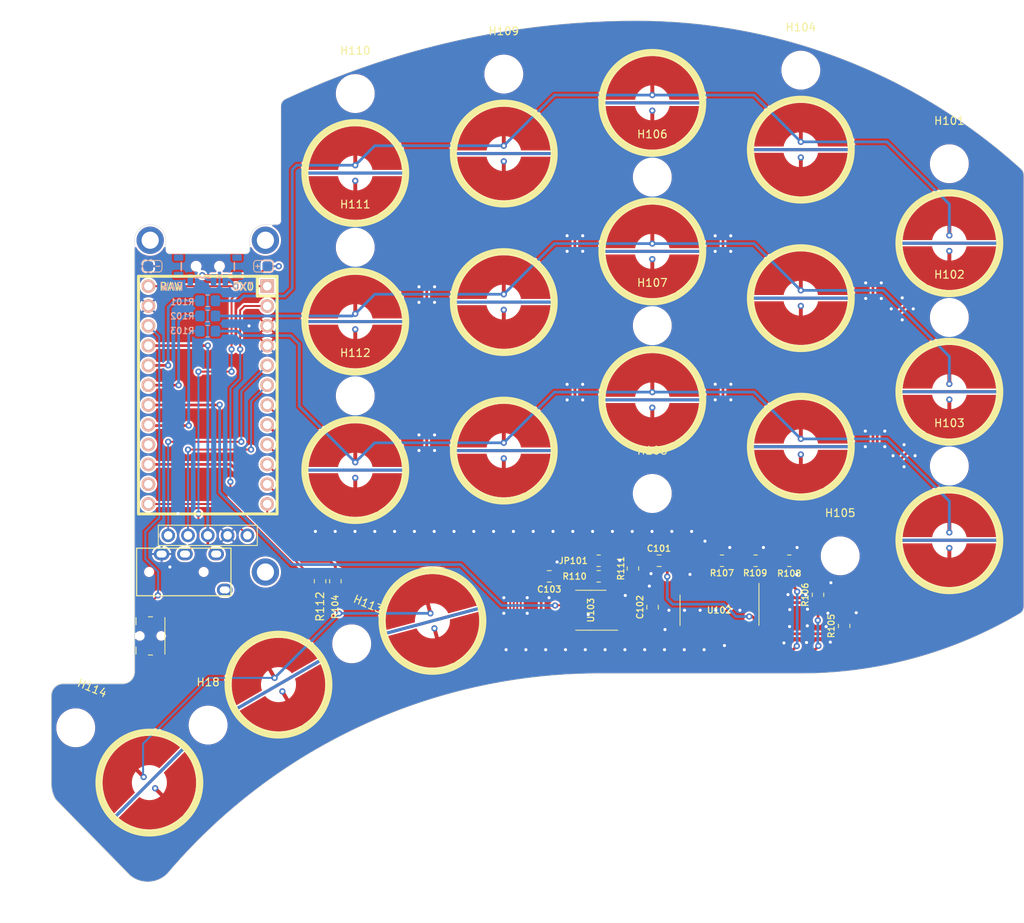
<source format=kicad_pcb>
(kicad_pcb (version 20221018) (generator pcbnew)
  (layers (0 "F.Cu" signal) (31 "B.Cu" signal) (34 "B.Paste" user) (35 "F.Paste" user) (36 "B.SilkS" user "B.Silkscreen") (37 "F.SilkS" user "F.Silkscreen") (38 "B.Mask" user) (39 "F.Mask" user) (44 "Edge.Cuts" user))
  (net 0 "")
  (net 1 "BAT+_R")
  (net 2 "APLEX_OUT_PIN_0_R")
  (net 3 "MOSI_R")
  (net 4 "SCK_R")
  (net 5 "CS_R")
  (net 7 "DATA_R")
  (net 8 "Net-(JP101-A)")
  (net 9 "ADC_R")
  (net 11 "RAW_R")
  (net 12 "Net-(R101-Pad1)")
  (net 13 "ROW0_R")
  (net 14 "ROW1_R")
  (net 15 "Net-(R102-Pad2)")
  (net 16 "ROW2_R")
  (net 17 "Net-(R103-Pad2)")
  (net 18 "ROW3_R")
  (net 19 "Net-(R104-Pad2)")
  (net 20 "COL3_R")
  (net 21 "COL2_R")
  (net 22 "COL4_R")
  (net 23 "COL0_R")
  (net 24 "COL1_R")
  (net 25 "RESET_R")
  (net 26 "APLEX_EN_PIN_0_R")
  (net 27 "AMUX_SEL_2_R")
  (net 28 "AMUX_SEL_1_R")
  (net 29 "AMUX_SEL_0_R")
  (net 30 "GND_R")
  (net 31 "+3.3V_R")
  (net 33 "POWER_R")
  (net 34 "HAND_R")
  (footprint "tako:bat_pin-" (layer "F.Cu") (at 38.15548 57.819423)
    (fp_text reference "BAT_HOLE-101" hide)
    (fp_text value "MountingHole_Pad" hide)
  )
  (footprint "MountingHole:MountingHole_4.5mm" (layer "F.Cu") (at 140.906339 83.435489)
    (fp_text reference "H103")
    (fp_text value "MountingHole")
  )
  (footprint "Resistor_SMD:R_0805_2012Metric_Pad1.20x1.40mm_HandSolder" (layer "F.Cu") (at 95.923373 95.592136 180)
    (fp_text reference "JP101")
    (fp_text value "Ext_Res")
  )
  (footprint "Resistor_SMD:R_0805_2012Metric_Pad1.20x1.40mm_HandSolder" (layer "F.Cu") (at 111.741405 95.592136)
    (fp_text reference "R107")
    (fp_text value "100k")
  )
  (footprint "tako:ecs_pad_1U_no_ring" (layer "F.Cu") (at 140.906339 92.960495 90)
    (fp_text reference "SW111")
    (fp_text value "EC_SW" hide)
  )
  (footprint "tako:ecs_pad_1U_no_ring" (layer "F.Cu") (at 102.806345 36.859995 90)
    (fp_text reference "SW103")
    (fp_text value "EC_SW" hide)
  )
  (footprint "MountingHole:MountingHole_4.5mm" (layer "F.Cu") (at 140.90635 64.38549)
    (fp_text reference "H102")
    (fp_text value "MountingHole")
  )
  (footprint "Package_SO:SOIC-8_3.9x4.9mm_P1.27mm" (layer "F.Cu") (at 94.923371 101.937135 180)
    (fp_text reference "U103")
    (fp_text value "OPA350")
  )
  (footprint "MountingHole:MountingHole_4.5mm" (layer "F.Cu") (at 45.82999 116.671093)
    (fp_text reference "H18")
    (fp_text value "MountingHole")
  )
  (footprint "Resistor_SMD:R_0805_2012Metric_Pad1.20x1.40mm_HandSolder" (layer "F.Cu") (at 116.05734 95.592136)
    (fp_text reference "R109")
    (fp_text value "100k")
  )
  (footprint "tako:ecs_pad_1U_no_ring" (layer "F.Cu") (at 64.706339 45.859993 90)
    (fp_text reference "SW105")
    (fp_text value "EC_SW" hide)
  )
  (footprint "MountingHole:MountingHole_4.5mm" (layer "F.Cu") (at 64.706339 35.666056)
    (fp_text reference "H110")
    (fp_text value "MountingHole")
  )
  (footprint "tako:ecs_pad_1U_no_ring" (layer "F.Cu") (at 83.75634 43.360003 90)
    (fp_text reference "SW104")
    (fp_text value "EC_SW" hide)
  )
  (footprint "tako:M2_hole_3.5mm" (layer "F.Cu") (at 53.181889 54.480531)
    (fp_text reference "H115" hide)
    (fp_text value "MountingHole" hide)
  )
  (footprint "MountingHole:MountingHole_4.5mm" (layer "F.Cu") (at 102.806338 86.959989)
    (fp_text reference "H108")
    (fp_text value "MountingHole")
  )
  (footprint "tako:ecs_pad_1U_no_ring_90deg" (layer "F.Cu") (at 38.296377 124.047384 -135)
    (fp_text reference "SW116")
    (fp_text value "EC_SW" hide)
  )
  (footprint "Resistor_SMD:R_0805_2012Metric_Pad1.20x1.40mm_HandSolder" (layer "F.Cu") (at 127.410896 103.957579 90)
    (fp_text reference "R105")
    (fp_text value "100k")
  )
  (footprint "Resistor_SMD:R_0805_2012Metric_Pad1.20x1.40mm_HandSolder" (layer "F.Cu") (at 95.923372 97.592136 180)
    (fp_text reference "R110")
    (fp_text value "100k")
  )
  (footprint "Capacitor_SMD:C_0805_2012Metric_Pad1.18x1.45mm_HandSolder" (layer "F.Cu") (at 102.839547 101.542134 90)
    (fp_text reference "C102")
    (fp_text value "220p")
  )
  (footprint "MountingHole:MountingHole_4.5mm" (layer "F.Cu") (at 126.906338 94.960499)
    (fp_text reference "H105")
    (fp_text value "MountingHole")
  )
  (footprint "MountingHole:MountingHole_4.5mm" (layer "F.Cu") (at 64.706342 74.434994)
    (fp_text reference "H112")
    (fp_text value "MountingHole")
  )
  (footprint "Resistor_SMD:R_0805_2012Metric_Pad1.20x1.40mm_HandSolder" (layer "F.Cu") (at 120.373278 95.592134)
    (fp_text reference "R108")
    (fp_text value "100k")
  )
  (footprint "MountingHole:MountingHole_4.5mm" (layer "F.Cu") (at 64.24799 106.243093 -22.5)
    (fp_text reference "H113")
    (fp_text value "MountingHole")
  )
  (footprint "tako:M2_hole_3.5mm" (layer "F.Cu") (at 38.400564 54.480077)
    (fp_text reference "H116" hide)
    (fp_text value "MountingHole" hide)
  )
  (footprint "MountingHole:MountingHole_4.5mm" (layer "F.Cu") (at 121.85634 32.666056)
    (fp_text reference "H104")
    (fp_text value "MountingHole")
  )
  (footprint "MountingHole:MountingHole_4.5mm" (layer "F.Cu") (at 102.806347 65.434996)
    (fp_text reference "H107")
    (fp_text value "MountingHole")
  )
  (footprint "MountingHole:MountingHole_4.5mm" (layer "F.Cu") (at 28.851834 117.014598 -22.5)
    (fp_text reference "H114")
    (fp_text value "MountingHole")
  )
  (footprint "tako:M2_hole_3.5mm" (layer "F.Cu") (at 53.181888 97.039423)
    (fp_text reference "H117" hide)
    (fp_text value "MountingHole" hide)
  )
  (footprint "tako:ecs_pad_1U_no_ring" (layer "F.Cu") (at 83.756343 81.459993 90)
    (fp_text reference "SW114")
    (fp_text value "EC_SW" hide)
  )
  (footprint "Resistor_SMD:R_0805_2012Metric_Pad1.20x1.40mm_HandSolder" (layer "F.Cu") (at 100.323371 96.592137 90)
    (fp_text reference "R111")
    (fp_text value "1k")
  )
  (footprint "tako:ecs_pad_1U_no_ring" (layer "F.Cu") (at 121.856339 61.910496 90)
    (fp_text reference "SW107")
    (fp_text value "EC_SW" hide)
  )
  (footprint "tako:ecs_pad_1U_no_ring" (layer "F.Cu") (at 121.856343 42.860499 90)
    (fp_text reference "SW102")
    (fp_text value "EC_SW" hide)
  )
  (footprint "MountingHole:MountingHole_4.5mm" (layer "F.Cu") (at 140.906345 44.666058)
    (fp_text reference "H101")
    (fp_text value "MountingHole")
  )
  (footprint "tako:ecs_pad_1U_no_ring_90deg" (layer "F.Cu") (at 74.603297 103.300695 -165)
    (fp_text reference "SW118")
    (fp_text value "EC_SW" hide)
  )
  (footprint "tako:bat_pin+" (layer "F.Cu") (at 53.428978 57.819423 180)
    (fp_text reference "BAT_HOLE+101" hide)
    (fp_text value "MountingHole_Pad" hide)
  )
  (footprint "tako:ecs_pad_1U_no_ring" (layer "F.Cu") (at 83.756338 62.409992 90)
    (fp_text reference "SW109")
    (fp_text value "EC_SW" hide)
  )
  (footprint "tako:nice_view" (layer "F.Cu") (at 45.791557 75.852635)
    (fp_text reference "DISP101")
    (fp_text value "nice!view" hide)
  )
  (footprint "Capacitor_SMD:C_0805_2012Metric_Pad1.18x1.45mm_HandSolder" (layer "F.Cu") (at 103.68587 95.592135 180)
    (fp_text reference "C101")
    (fp_text value "100n")
  )
  (footprint "tako:ecs_pad_1U_no_ring" (layer "F.Cu") (at 121.856338 80.960495 90)
    (fp_text reference "SW112")
    (fp_text value "EC_SW" hide)
  )
  (footprint "tako:ecs_pad_1U_no_ring_90deg" (layer "F.Cu") (at 54.856377 111.480384 -150)
    (fp_text reference "SW117")
    (fp_text value "EC_SW" hide)
  )
  (footprint "MountingHole:MountingHole_4.5mm" (layer "F.Cu") (at 83.756337 33.166058)
    (fp_text reference "H109")
    (fp_text value "MountingHole")
  )
  (footprint "tako:ecs_pad_1U_no_ring" (layer "F.Cu") (at 102.806341 55.909999 90)
    (fp_text reference "SW108")
    (fp_text value "EC_SW" hide)
  )
  (footprint "tako:ecs_pad_1U_no_ring" (layer "F.Cu") (at 140.906336 73.910494 90)
    (fp_text reference "SW106")
    (fp_text value "EC_SW" hide)
  )
  (footprint "tako:ecs_pad_1U_no_ring" (layer "F.Cu") (at 140.906348 54.860496 90)
    (fp_text reference "SW101")
    (fp_text value "EC_SW" hide)
  )
  (footprint "Capacitor_SMD:C_0805_2012Metric_Pad1.18x1.45mm_HandSolder" (layer "F.Cu") (at 89.589547 97.592135)
    (fp_text reference "C103")
    (fp_text value "100n")
  )
  (footprint "tako:TRRS-PJ-320A" (layer "F.Cu") (at 36.662468 97.030596 90)
    (fp_text reference "J101")
    (fp_text value "MJ-4PP-9")
  )
  (footprint "Button_Switch_SMD:Panasonic_EVQPUL_EVQPUC" (layer "F.Cu") (at 38.437468 105.230596 90)
    (fp_text reference "RSW101" hide)
    (fp_text value "Reset")
  )
  (footprint "MountingHole:MountingHole_4.5mm" (layer "F.Cu") (at 64.706336 55.384996)
    (fp_text reference "H111")
    (fp_text value "MountingHole")
  )
  (footprint "Package_SO:SOIC-16_3.9x9.9mm_P1.27mm" (layer "F.Cu") (at 111.423373 101.937136 -90)
    (fp_text reference "U102")
    (fp_text value "74HC4051")
  )
  (footprint "Resistor_SMD:R_0805_2012Metric_Pad1.20x1.40mm_HandSolder" (layer "F.Cu") (at 124.060895 99.95758 90)
    (fp_text reference "R106")
    (fp_text value "100k")
  )
  (footprint "Resistor_SMD:R_0805_2012Metric_Pad1.20x1.40mm_HandSolder" (layer "F.Cu") (at 62.158122 98.216057 -90)
    (fp_text reference "R104")
    (fp_text value "100")
  )
  (footprint "Resistor_SMD:R_0805_2012Metric_Pad1.20x1.40mm_HandSolder" (layer "F.Cu") (at 60.189965 98.216057 -90)
    (fp_text reference "R112")
    (fp_text value "5.1k")
  )
  (footprint "tako:ecs_pad_1U_no_ring" (layer "F.Cu") (at 64.706339 83.959995 90)
    (fp_text reference "SW115")
    (fp_text value "EC_SW" hide)
  )
  (footprint "MountingHole:MountingHole_4.5mm" (layer "F.Cu") (at 102.806346 46.384994)
    (fp_text reference "H106")
    (fp_text value "MountingHole")
  )
  (footprint "tako:ecs_pad_1U_no_ring" (layer "F.Cu") (at 102.80634 74.959989 90)
    (fp_text reference "SW113")
    (fp_text value "EC_SW" hide)
  )
  (footprint "tako:ecs_pad_1U_no_ring" (layer "F.Cu") (at 64.70634 64.909997 90)
    (fp_text reference "SW110")
    (fp_text value "EC_SW" hide)
  )
  (footprint "Resistor_SMD:R_0805_2012Metric_Pad1.20x1.40mm_HandSolder" (layer "B.Cu") (at 45.773372 62.242136 180)
    (fp_text reference "R101")
    (fp_text value "100")
  )
  (footprint "tako:SW_SPDT_SMD_PCM12" (layer "B.Cu") (at 45.791307 58.142135)
    (fp_text reference "PSW101" hide)
    (fp_text value "SW_SPDT")
  )
  (footprint "Resistor_SMD:R_0805_2012Metric_Pad1.20x1.40mm_HandSolder" (layer "B.Cu") (at 45.773374 64.192135)
    (fp_text reference "R102")
    (fp_text value "100")
  )
  (footprint "tako:ArduinoProMicro" (layer "B.Cu") (at 45.791311 74.343658 -90)
    (fp_text reference "U101" hide)
    (fp_text value "STeMCell" hide)
  )
  (footprint "Resistor_SMD:R_0805_2012Metric_Pad1.20x1.40mm_HandSolder" (layer "B.Cu") (at 45.773372 66.142134)
    (fp_text reference "R103")
    (fp_text value "100")
  )
  (gr_arc (start 36.401834 109.839598) (mid 35.96412 110.908913) (end 34.902247 111.364386) (stroke (width 0.1)) (layer "Edge.Cuts"))
  (gr_line (start 150.43094 81.166057) (end 150.430939 86.246058) (stroke (width 0.05)) (layer "Edge.Cuts"))
  (gr_line (start 36.400943 94.264806) (end 36.400629 54.48004) (stroke (width 0.05)) (layer "Edge.Cuts"))
  (gr_line (start 36.401834 109.839598) (end 36.400943 94.264806) (stroke (width 0.1)) (layer "Edge.Cuts"))
  (gr_arc (start 150.107141 45.349091) (mid 150.346476 45.68338) (end 150.430939 46.085746) (stroke (width 0.05)) (layer "Edge.Cuts"))
  (gr_line (start 35.746711 135.879352) (end 26.297571 126.235009) (stroke (width 0.1)) (layer "Edge.Cuts"))
  (gr_arc (start 40.579026 135.740784) (mid 38.189867 136.751583) (end 35.746711 135.879352) (stroke (width 0.05)) (layer "Edge.Cuts"))
  (gr_arc (start 51.181954 54.480492) (mid 51.767668 53.066165) (end 53.181941 52.480355) (stroke (width 0.05)) (layer "Edge.Cuts"))
  (gr_arc (start 55.181884 51.980529) (mid 55.035393 52.334016) (end 54.681882 52.480529) (stroke (width 0.05)) (layer "Edge.Cuts"))
  (gr_line (start 25.726834 124.214598) (end 25.726834 112.889598) (stroke (width 0.1)) (layer "Edge.Cuts"))
  (gr_arc (start 40.900935 56.229815) (mid 40.547441 56.083336) (end 40.400928 55.729819) (stroke (width 0.05)) (layer "Edge.Cuts"))
  (gr_line (start 40.400754 54.479892) (end 40.400928 55.729819) (stroke (width 0.05)) (layer "Edge.Cuts"))
  (gr_arc (start 100.806597 26.334574) (mid 127.226742 31.252932) (end 150.107141 45.349091) (stroke (width 0.05)) (layer "Edge.Cuts"))
  (gr_line (start 150.430947 101.485646) (end 150.430939 86.246058) (stroke (width 0.05)) (layer "Edge.Cuts"))
  (gr_arc (start 149.957548 102.335002) (mid 136.424833 108.075873) (end 121.856035 110.035989) (stroke (width 0.05)) (layer "Edge.Cuts"))
  (gr_arc (start 150.430947 101.485646) (mid 150.304614 101.971836) (end 149.957548 102.335002) (stroke (width 0.05)) (layer "Edge.Cuts"))
  (gr_line (start 121.856035 110.035989) (end 95.794156 110.035649) (stroke (width 0.05)) (layer "Edge.Cuts"))
  (gr_arc (start 40.579027 135.740785) (mid 65.363051 116.823198) (end 95.794156 110.03565) (stroke (width 0.05)) (layer "Edge.Cuts"))
  (gr_arc (start 55.757144 36.379092) (mid 77.728776 28.876213) (end 100.806597 26.334574) (stroke (width 0.05)) (layer "Edge.Cuts"))
  (gr_line (start 40.900935 56.229815) (end 50.681774 56.230421) (stroke (width 0.05)) (layer "Edge.Cuts"))
  (gr_arc (start 26.297571 126.235009) (mid 25.875513 125.263416) (end 25.726834 124.214598) (stroke (width 0.1)) (layer "Edge.Cuts"))
  (gr_line (start 55.181887 37.284664) (end 55.181884 51.980529) (stroke (width 0.05)) (layer "Edge.Cuts"))
  (gr_line (start 51.181785 55.730423) (end 51.181954 54.480492) (stroke (width 0.05)) (layer "Edge.Cuts"))
  (gr_line (start 150.430942 60.166057) (end 150.430939 46.085746) (stroke (width 0.05)) (layer "Edge.Cuts"))
  (gr_arc (start 25.726834 112.889598) (mid 26.173496 111.81126) (end 27.251834 111.364598) (stroke (width 0.1)) (layer "Edge.Cuts"))
  (gr_arc (start 38.400617 52.479902) (mid 39.814931 53.065614) (end 40.400754 54.479892) (stroke (width 0.05)) (layer "Edge.Cuts"))
  (gr_arc (start 55.181887 37.284664) (mid 55.33784 36.748228) (end 55.757144 36.379092) (stroke (width 0.05)) (layer "Edge.Cuts"))
  (gr_line (start 150.430942 65.246058) (end 150.43094 81.166057) (stroke (width 0.05)) (layer "Edge.Cuts"))
  (gr_line (start 53.181941 52.480355) (end 54.681882 52.480529) (stroke (width 0.05)) (layer "Edge.Cuts"))
  (gr_arc (start 36.400629 54.48004) (mid 36.986443 53.065823) (end 38.400617 52.479902) (stroke (width 0.05)) (layer "Edge.Cuts"))
  (gr_line (start 150.430942 60.166057) (end 150.430942 65.246058) (stroke (width 0.05)) (layer "Edge.Cuts"))
  (gr_line (start 34.902247 111.364386) (end 27.251834 111.364598) (stroke (width 0.1)) (layer "Edge.Cuts"))
  (gr_arc (start 51.181785 55.730423) (mid 51.035352 56.083976) (end 50.681774 56.230421) (stroke (width 0.05)) (layer "Edge.Cuts"))
  (gr_text "TAKO\nREV 1.0\nBY SSBB" (at 94.689966 87.001456) (layer "F.Cu") (effects (font (size 0.8 0.8)) (justify left)))
  (segment (start 53.428978 57.819423) (end 54.886601 57.819423) (width 0.25) (layer "F.Cu") (net 1))
  (segment (start 53.428978 57.819423) (end 52.282344 58.966056) (width 0.25) (layer "F.Cu") (net 1))
  (segment (start 52.282344 58.966056) (end 45.081801 58.966055) (width 0.25) (layer "F.Cu") (net 1))
  (segment (start 54.886601 57.819423) (end 54.889966 57.816057) (width 0.25) (layer "F.Cu") (net 1))
  (via (at 54.889966 57.816057) (size 0.8) (drill 0.4) (layers "F.Cu" "B.Cu") (net 1))
  (via (at 45.081801 58.966055) (size 0.8) (drill 0.4) (layers "F.Cu" "B.Cu") (net 1))
  (segment (start 45.687879 59.572134) (end 45.081801 58.966055) (width 0.25) (layer "B.Cu") (net 1))
  (segment (start 54.889966 57.816057) (end 53.43235 57.816056) (width 0.25) (layer "B.Cu") (net 1))
  (segment (start 53.43235 57.816056) (end 53.428978 57.819423) (width 0.25) (layer "B.Cu") (net 1))
  (segment (start 46.541309 59.572135) (end 45.687879 59.572134) (width 0.25) (layer "B.Cu") (net 1))
  (segment (start 98.747549 104.842492) (end 99.089547 104.500492) (width 0.25) (layer "F.Cu") (net 2))
  (segment (start 102.423373 102.742493) (end 111.605366 102.742489) (width 0.35) (layer "F.Cu") (net 2))
  (segment (start 99.089547 104.500492) (end 99.089549 102.250492) (width 0.25) (layer "F.Cu") (net 2))
  (segment (start 53.411314 80.693661) (end 55.73955 83.021898) (width 0.25) (layer "F.Cu") (net 2))
  (segment (start 84.849665 93.83049) (end 85.931799 94.912627) (width 0.25) (layer "F.Cu") (net 2))
  (segment (start 99.891192 101.302136) (end 101.16869 102.579632) (width 0.35) (layer "F.Cu") (net 2))
  (segment (start 99.089549 102.250492) (end 98.141193 101.302136) (width 0.25) (layer "F.Cu") (net 2))
  (segment (start 101.16869 102.579632) (end 102.423372 102.579633) (width 0.35) (layer "F.Cu") (net 2))
  (segment (start 58.59623 93.830491) (end 84.849665 93.83049) (width 0.25) (layer "F.Cu") (net 2))
  (segment (start 97.398374 101.302136) (end 99.891192 101.302136) (width 0.35) (layer "F.Cu") (net 2))
  (segment (start 55.73955 83.021898) (end 55.739549 90.973804) (width 0.25) (layer "F.Cu") (net 2))
  (segment (start 113.328373 101.019484) (end 113.328371 99.462137) (width 0.35) (layer "F.Cu") (net 2))
  (segment (start 87.088549 104.842492) (end 98.747549 104.842492) (width 0.25) (layer "F.Cu") (net 2))
  (segment (start 111.605366 102.742489) (end 113.328373 101.019484) (width 0.35) (layer "F.Cu") (net 2))
  (segment (start 55.739549 90.973804) (end 58.59623 93.830491) (width 0.25) (layer "F.Cu") (net 2))
  (segment (start 85.931799 94.912627) (end 85.931801 103.685741) (width 0.25) (layer "F.Cu") (net 2))
  (segment (start 85.931801 103.685741) (end 87.088549 104.842492) (width 0.25) (layer "F.Cu") (net 2))
  (segment (start 40.711557 80.330491) (end 50.089549 80.330491) (width 0.25) (layer "F.Cu") (net 3))
  (via (at 50.089549 80.330491) (size 0.8) (drill 0.4) (layers "F.Cu" "B.Cu") (net 3))
  (via (at 40.711557 80.330491) (size 0.8) (drill 0.4) (layers "F.Cu" "B.Cu") (net 3))
  (segment (start 53.41131 70.533659) (end 50.089548 73.855423) (width 0.25) (layer "B.Cu") (net 3))
  (segment (start 50.089548 73.855423) (end 50.089549 80.330491) (width 0.25) (layer "B.Cu") (net 3))
  (segment (start 40.711557 80.330491) (end 40.71156 92.332636) (width 0.25) (layer "B.Cu") (net 3))
  (segment (start 43.251559 81.330491) (end 51.339549 81.33049) (width 0.25) (layer "F.Cu") (net 4))
  (via (at 43.251559 81.330491) (size 0.8) (drill 0.4) (layers "F.Cu" "B.Cu") (net 4))
  (via (at 51.339549 81.33049) (size 0.8) (drill 0.4) (layers "F.Cu" "B.Cu") (net 4))
  (segment (start 53.41131 73.073657) (end 51.339546 75.145422) (width 0.25) (layer "B.Cu") (net 4))
  (segment (start 51.339546 75.145422) (end 51.339549 81.33049) (width 0.25) (layer "B.Cu") (net 4))
  (segment (start 43.251559 81.330491) (end 43.251558 92.332636) (width 0.25) (layer "B.Cu") (net 4))
  (segment (start 46.852584 88.313659) (end 50.87156 92.332637) (width 0.25) (layer "F.Cu") (net 5))
  (segment (start 38.17131 88.31366) (end 46.852584 88.313659) (width 0.25) (layer "F.Cu") (net 5))
  (segment (start 48.839547 62.008311) (end 50.474197 60.373661) (width 0.25) (layer "F.Cu") (net 7))
  (segment (start 44.58955 71.330491) (end 48.839548 71.33049) (width 0.25) (layer "F.Cu") (net 7))
  (segment (start 50.474197 60.373661) (end 53.411313 60.373661) (width 0.25) (layer "F.Cu") (net 7))
  (segment (start 44.58955 92.630596) (end 44.58955 89.580491) (width 0.25) (layer "F.Cu") (net 7))
  (segment (start 48.839552 68.466056) (end 48.839547 62.008311) (width 0.25) (layer "F.Cu") (net 7))
  (segment (start 44.58955 93.003514) (end 42.862468 94.730596) (width 0.25) (layer "F.Cu") (net 7))
  (segment (start 44.58955 92.630596) (end 44.58955 93.003514) (width 0.25) (layer "F.Cu") (net 7))
  (via (at 48.839548 71.33049) (size 0.8) (drill 0.4) (layers "F.Cu" "B.Cu") (net 7))
  (via (at 44.58955 89.580491) (size 0.8) (drill 0.4) (layers "F.Cu" "B.Cu") (net 7))
  (via (at 48.839552 68.466056) (size 0.8) (drill 0.4) (layers "F.Cu" "B.Cu") (net 7))
  (via (at 44.58955 71.330491) (size 0.8) (drill 0.4) (layers "F.Cu" "B.Cu") (net 7))
  (segment (start 44.58955 89.580491) (end 44.58955 71.330491) (width 0.25) (layer "B.Cu") (net 7))
  (segment (start 48.839552 68.466056) (end 48.839548 71.33049) (width 0.25) (layer "B.Cu") (net 7))
  (segment (start 96.923373 95.692138) (end 96.923369 97.592137) (width 0.35) (layer "F.Cu") (net 8))
  (segment (start 96.339549 99.000491) (end 95.83955 99.50049) (width 0.35) (layer "F.Cu") (net 8))
  (segment (start 100.323372 98.500491) (end 99.823374 99.000492) (width 0.35) (layer "F.Cu") (net 8))
  (segment (start 100.323372 98.500491) (end 100.32337 97.592138) (width 0.35) (layer "F.Cu") (net 8))
  (segment (start 99.823374 99.000492) (end 96.339549 99.000491) (width 0.35) (layer "F.Cu") (net 8))
  (segment (start 96.140604 102.572136) (end 97.398373 102.572136) (width 0.35) (layer "F.Cu") (net 8))
  (segment (start 95.83955 102.271079) (end 96.140604 102.572136) (width 0.35) (layer "F.Cu") (net 8))
  (segment (start 95.83955 99.50049) (end 95.83955 102.271079) (width 0.35) (layer "F.Cu") (net 8))
  (segment (start 96.923369 97.592137) (end 100.323374 97.592137) (width 0.35) (layer "F.Cu") (net 8))
  (segment (start 90.367904 101.302135) (end 90.339549 101.330491) (width 0.25) (layer "F.Cu") (net 9))
  (segment (start 47.276378 75.61366) (end 38.17131 75.613659) (width 0.35) (layer "F.Cu") (net 9))
  (segment (start 47.309548 75.58049) (end 47.276378 75.61366) (width 0.35) (layer "F.Cu") (net 9))
  (segment (start 92.448371 101.302137) (end 90.367904 101.302135) (width 0.25) (layer "F.Cu") (net 9))
  (segment (start 94.078904 101.302136) (end 92.448371 101.302137) (width 0.35) (layer "F.Cu") (net 9))
  (segment (start 94.923372 97.592136) (end 94.923373 100.457666) (width 0.35) (layer "F.Cu") (net 9))
  (segment (start 94.923371 95.592138) (end 94.923372 97.592136) (width 0.35) (layer "F.Cu") (net 9))
  (segment (start 94.923373 100.457666) (end 94.078904 101.302136) (width 0.35) (layer "F.Cu") (net 9))
  (via (at 47.309548 75.58049) (size 0.8) (drill 0.4) (layers "F.Cu" "B.Cu") (net 9))
  (via (at 90.339549 101.330491) (size 0.8) (drill 0.4) (layers "F.Cu" "B.Cu") (net 9))
  (segment (start 78.259551 96.08049) (end 56.559547 96.080492) (width 0.35) (layer "B.Cu") (net 9))
  (segment (start 47.30955 86.83049) (end 56.559547 96.080492) (width 0.35) (layer "B.Cu") (net 9))
  (segment (start 90.339549 101.330491) (end 83.509549 101.330489) (width 0.35) (layer "B.Cu") (net 9))
  (segment (start 47.309548 75.58049) (end 47.30955 86.83049) (width 0.35) (layer "B.Cu") (net 9))
  (segment (start 83.509549 101.330489) (end 78.259551 96.08049) (width 0.35) (layer "B.Cu") (net 9))
  (segment (start 49.374197 60.37366) (end 49.381803 60.366058) (width 0.25) (layer "F.Cu") (net 11))
  (segment (start 38.171312 60.37366) (end 49.374197 60.37366) (width 0.25) (layer "F.Cu") (net 11))
  (via (at 49.381803 60.366058) (size 0.8) (drill 0.4) (layers "F.Cu" "B.Cu") (net 11))
  (segment (start 48.041309 59.572135) (end 48.587877 59.572134) (width 0.35) (layer "B.Cu") (net 11))
  (segment (start 48.587877 59.572134) (end 49.381803 60.366058) (width 0.35) (layer "B.Cu") (net 11))
  (via (at 140.906344 53.8605) (size 0.8) (drill 0.4) (layers "F.Cu" "B.Cu") (net 12))
  (via (at 64.706339 44.859994) (size 0.8) (drill 0.4) (layers "F.Cu" "B.Cu") (net 12))
  (via (at 83.756336 42.360002) (size 0.8) (drill 0.4) (layers "F.Cu" "B.Cu") (net 12))
  (via (at 102.806342 35.859995) (size 0.8) (drill 0.4) (layers "F.Cu" "B.Cu") (net 12))
  (via (at 121.856344 41.860498) (size 0.8) (drill 0.4) (layers "F.Cu" "B.Cu") (net 12))
  (segment (start 56.623374 60.669489) (end 55.650725 61.642133) (width 0.35) (layer "B.Cu") (net 12))
  (segment (start 121.856344 41.860498) (end 115.855841 35.859996) (width 0.35) (layer "B.Cu") (net 12))
  (segment (start 50.391755 61.642134) (end 49.791757 62.242133) (width 0.35) (layer "B.Cu") (net 12))
  (segment (start 57.182865 44.859994) (end 56.623371 45.419488) (width 0.35) (layer "B.Cu") (net 12))
  (segment (start 64.70634 44.859992) (end 57.182865 44.859994) (width 0.35) (layer "B.Cu") (net 12))
  (segment (start 115.855841 35.859996) (end 102.806342 35.859995) (width 0.35) (layer "B.Cu") (net 12))
  (segment (start 83.756336 42.360002) (end 90.25634 35.859997) (width 0.35) (layer "B.Cu") (net 12))
  (segment (start 49.791757 62.242133) (end 46.773373 62.242136) (width 0.35) (layer "B.Cu") (net 12))
  (segment (start 56.623371 45.419488) (end 56.623374 60.669489) (width 0.35) (layer "B.Cu") (net 12))
  (segment (start 132.911538 41.860498) (end 121.856344 41.860498) (width 0.35) (layer "B.Cu") (net 12))
  (segment (start 140.906344 53.8605) (end 140.906345 49.855306) (width 0.35) (layer "B.Cu") (net 12))
  (segment (start 90.25634 35.859997) (end 102.806342 35.859995) (width 0.35) (layer "B.Cu") (net 12))
  (segment (start 55.650725 61.642133) (end 50.391755 61.642134) (width 0.35) (layer "B.Cu") (net 12))
  (segment (start 140.906345 49.855306) (end 132.911538 41.860498) (width 0.35) (layer "B.Cu") (net 12))
  (segment (start 64.706339 44.859994) (end 67.206331 42.359999) (width 0.35) (layer "B.Cu") (net 12))
  (segment (start 64.70634 44.859992) (end 64.706339 44.859994) (width 0.35) (layer "B.Cu") (net 12))
  (segment (start 67.206331 42.359999) (end 83.756336 42.360002) (width 0.35) (layer "B.Cu") (net 12))
  (segment (start 40.709548 70.533662) (end 38.171313 70.533659) (width 0.35) (layer "F.Cu") (net 13))
  (via (at 40.709548 70.533662) (size 0.8) (drill 0.4) (layers "F.Cu" "B.Cu") (net 13))
  (segment (start 40.709547 63.083309) (end 41.550725 62.242135) (width 0.35) (layer "B.Cu") (net 13))
  (segment (start 41.550725 62.242135) (end 44.77337 62.242133) (width 0.35) (layer "B.Cu") (net 13))
  (segment (start 40.709548 70.533662) (end 40.709547 63.083309) (width 0.35) (layer "B.Cu") (net 13))
  (segment (start 42.046381 73.07366) (end 38.171311 73.07366) (width 0.35) (layer "F.Cu") (net 14))
  (via (at 42.046381 73.07366) (size 0.8) (drill 0.4) (layers "F.Cu" "B.Cu") (net 14))
  (segment (start 42.727904 64.192137) (end 42.046382 64.87366) (width 0.35) (layer "B.Cu") (net 14))
  (segment (start 44.773373 64.192135) (end 42.727904 64.192137) (width 0.35) (layer "B.Cu") (net 14))
  (segment (start 42.046382 64.87366) (end 42.046381 73.07366) (width 0.35) (layer "B.Cu") (net 14))
  (via (at 121.856337 60.910493) (size 0.8) (drill 0.4) (layers "F.Cu" "B.Cu") (net 15))
  (via (at 140.906337 72.910491) (size 0.8) (drill 0.4) (layers "F.Cu" "B.Cu") (net 15))
  (via (at 102.80634 54.909996) (size 0.8) (drill 0.4) (layers "F.Cu" "B.Cu") (net 15))
  (via (at 83.756338 61.409992) (size 0.8) (drill 0.4) (layers "F.Cu" "B.Cu") (net 15))
  (via (at 64.70634 63.909993) (size 0.8) (drill 0.4) (layers "F.Cu" "B.Cu") (net 15))
  (segment (start 132.431351 60.910495) (end 140.906338 69.385477) (width 0.35) (layer "B.Cu") (net 15))
  (segment (start 121.856337 60.910493) (end 132.431351 60.910495) (width 0.35) (layer "B.Cu") (net 15))
  (segment (start 64.217091 64.192136) (end 46.77337 64.192135) (width 0.35) (layer "B.Cu") (net 15))
  (segment (start 115.855845 54.909998) (end 121.856337 60.910493) (width 0.35) (layer "B.Cu") (net 15))
  (segment (start 90.256331 54.909997) (end 102.80634 54.909996) (width 0.35) (layer "B.Cu") (net 15))
  (segment (start 64.70634 63.909993) (end 64.570643 64.045689) (width 0.35) (layer "B.Cu") (net 15))
  (segment (start 140.906338 69.385477) (end 140.906337 72.910491) (width 0.35) (layer "B.Cu") (net 15))
  (segment (start 64.70634 63.909993) (end 67.206342 61.409991) (width 0.35) (layer "B.Cu") (net 15))
  (segment (start 102.80634 54.909996) (end 115.855845 54.909998) (width 0.35) (layer "B.Cu") (net 15))
  (segment (start 67.206342 61.409991) (end 83.756338 61.409992) (width 0.35) (layer "B.Cu") (net 15))
  (segment (start 83.756338 61.409992) (end 90.256331 54.909997) (width 0.35) (layer "B.Cu") (net 15))
  (arc (start 64.217091 64.192136) (mid 64.408433 64.154074) (end 64.570643 64.045689) (width 0.35) (layer "B.Cu") (net 15))
  (segment (start 43.339548 78.250491) (end 38.268142 78.250494) (width 0.35) (layer "F.Cu") (net 16))
  (via (at 43.339548 78.250491) (size 0.8) (drill 0.4) (layers "F.Cu" "B.Cu") (net 16))
  (segment (start 44.773368 66.142136) (end 43.777907 66.142135) (width 0.35) (layer "B.Cu") (net 16))
  (segment (start 43.777907 66.142135) (end 43.33955 66.58049) (width 0.35) (layer "B.Cu") (net 16))
  (segment (start 43.33955 66.58049) (end 43.339548 78.250491) (width 0.35) (layer "B.Cu") (net 16))
  (via (at 140.906341 91.960493) (size 0.8) (drill 0.4) (layers "F.Cu" "B.Cu") (net 17))
  (via (at 121.85634 79.960494) (size 0.8) (drill 0.4) (layers "F.Cu" "B.Cu") (net 17))
  (via (at 64.706337 82.959993) (size 0.8) (drill 0.4) (layers "F.Cu" "B.Cu") (net 17))
  (via (at 83.756341 80.459996) (size 0.8) (drill 0.4) (layers "F.Cu" "B.Cu") (net 17))
  (via (at 102.806341 73.959991) (size 0.8) (drill 0.4) (layers "F.Cu" "B.Cu") (net 17))
  (segment (start 83.756341 80.459996) (end 67.206339 80.459995) (width 0.35) (layer "B.Cu") (net 17))
  (segment (start 83.756341 80.459996) (end 90.256345 73.959991) (width 0.35) (layer "B.Cu") (net 17))
  (segment (start 49.591046 66.142134) (end 46.773372 66.142134) (width 0.35) (layer "B.Cu") (net 17))
  (segment (start 67.206339 80.459995) (end 64.706337 82.959993) (width 0.35) (layer "B.Cu") (net 17))
  (segment (start 64.706337 82.959993) (end 57.523376 75.777036) (width 0.35) (layer "B.Cu") (net 17))
  (segment (start 115.855837 73.959994) (end 121.85634 79.960494) (width 0.35) (layer "B.Cu") (net 17))
  (segment (start 140.90634 87.943091) (end 132.923748 79.960494) (width 0.35) (layer "B.Cu") (net 17))
  (segment (start 102.806341 73.959991) (end 115.855837 73.959994) (width 0.35) (layer "B.Cu") (net 17))
  (segment (start 57.523372 67.812627) (end 56.427879 66.717136) (width 0.35) (layer "B.Cu") (net 17))
  (segment (start 132.923748 79.960494) (end 121.85634 79.960494) (width 0.35) (layer "B.Cu") (net 17))
  (segment (start 140.906341 91.960493) (end 140.90634 87.943091) (width 0.35) (layer "B.Cu") (net 17))
  (segment (start 56.427879 66.717136) (end 50.166046 66.717137) (width 0.35) (layer "B.Cu") (net 17))
  (segment (start 50.166046 66.717137) (end 49.591046 66.142134) (width 0.35) (layer "B.Cu") (net 17))
  (segment (start 57.523376 75.777036) (end 57.523372 67.812627) (width 0.35) (layer "B.Cu") (net 17))
  (segment (start 90.256345 73.959991) (end 102.806341 73.959991) (width 0.35) (layer "B.Cu") (net 17))
  (segment (start 51.089549 88.940098) (end 51.089549 85.580491) (width 0.35) (layer "F.Cu") (net 18))
  (segment (start 51.089549 85.580491) (end 48.742719 83.23366) (width 0.35) (layer "F.Cu") (net 18))
  (segment (start 48.742719 83.23366) (end 38.171313 83.23366) (width 0.35) (layer "F.Cu") (net 18))
  (segment (start 57.829943 95.680488) (end 51.089549 88.940098) (width 0.35) (layer "F.Cu") (net 18))
  (segment (start 62.15812 97.216058) (end 62.158121 96.319065) (width 0.35) (layer "F.Cu") (net 18))
  (segment (start 61.519547 95.680491) (end 57.829943 95.680488) (width 0.35) (layer "F.Cu") (net 18))
  (segment (start 62.158121 96.319065) (end 61.519547 95.680491) (width 0.35) (layer "F.Cu") (net 18))
  (segment (start 62.635965 102.334771) (end 62.158123 101.856928) (width 0.25) (layer "F.Cu") (net 19))
  (segment (start 62.158123 101.856928) (end 62.158125 99.216056) (width 0.25) (layer "F.Cu") (net 19))
  (via (at 54.356376 110.61436) (size 0.8) (drill 0.4) (layers "F.Cu" "B.Cu") (net 19))
  (via (at 74.344478 102.334771) (size 0.8) (drill 0.4) (layers "F.Cu" "B.Cu") (net 19))
  (via (at 37.562468 123.330596) (size 0.8) (drill 0.4) (layers "F.Cu" "B.Cu") (net 19))
  (via (at 62.635965 102.334771) (size 0.8) (drill 0.4) (layers "F.Cu" "B.Cu") (net 19))
  (segment (start 54.356376 110.61436) (end 45.933393 110.61436) (width 0.25) (layer "B.Cu") (net 19))
  (segment (start 45.933393 110.61436) (end 37.490975 119.056779) (width 0.25) (layer "B.Cu") (net 19))
  (segment (start 62.635965 102.334771) (end 74.344478 102.334771) (width 0.35) (layer "B.Cu") (net 19))
  (segment (start 37.490975 119.056779) (end 37.490975 123.195626) (width 0.25) (layer "B.Cu") (net 19))
  (segment (start 54.356376 110.61436) (end 62.635965 102.334771) (width 0.35) (layer "B.Cu") (net 19))
  (segment (start 86.886212 66.150557) (end 92.873372 72.137718) (width 0.35) (layer "F.Cu") (net 20))
  (segment (start 92.873377 53.317718) (end 92.873375 81.416058) (width 0.35) (layer "F.Cu") (net 20))
  (segment (start 86.968467 47.412812) (end 92.873377 53.317718) (width 0.35) (layer "F.Cu") (net 20))
  (segment (start 83.756345 83.975103) (end 89.741228 89.959993) (width 0.35) (layer "F.Cu") (net 20))
  (segment (start 92.873372 72.137718) (end 92.873375 81.416058) (width 0.35) (layer "F.Cu") (net 20))
  (segment (start 115.057341 92.096593) (end 115.057338 95.592137) (width 0.35) (layer "F.Cu") (net 20))
  (segment (start 112.920736 89.959991) (end 115.057341 92.096593) (width 0.35) (layer "F.Cu") (net 20))
  (segment (start 114.20736 97.460495) (end 115.057338 96.610518) (width 0.35) (layer "F.Cu") (net 20))
  (segment (start 115.057338 95.592137) (end 115.057338 96.610518) (width 0.35) (layer "F.Cu") (net 20))
  (segment (start 112.058372 99.462138) (end 112.058372 97.859483) (width 0.35) (layer "F.Cu") (net 20))
  (segment (start 112.058372 97.859483) (end 112.457361 97.460495) (width 0.35) (layer "F.Cu") (net 20))
  (segment (start 92.873375 81.416058) (end 92.873376 88.777026) (width 0.35) (layer "F.Cu") (net 20))
  (segment (start 92.873376 88.777026) (end 94.056341 89.959993) (width 0.35) (layer "F.Cu") (net 20))
  (segment (start 112.457361 97.460495) (end 114.20736 97.460495) (width 0.35) (layer "F.Cu") (net 20))
  (segment (start 94.056341 89.959993) (end 94.80634 89.95999) (width 0.35) (layer "F.Cu") (net 20))
  (segment (start 94.80634 89.95999) (end 112.920736 89.959991) (width 0.35) (layer "F.Cu") (net 20))
  (segment (start 89.741228 89.959993) (end 94.80634 89.95999) (width 0.35) (layer "F.Cu") (net 20))
  (via (at 83.756338 44.360001) (size 0.8) (drill 0.4) (layers "F.Cu" "B.Cu") (net 20))
  (via (at 83.756345 82.459992) (size 0.8) (drill 0.4) (layers "F.Cu" "B.Cu") (net 20))
  (via (at 83.756338 63.409992) (size 0.8) (drill 0.4) (layers "F.Cu" "B.Cu") (net 20))
  (segment (start 121.335897 106.532582) (end 119.997851 107.870627) (width 0.35) (layer "F.Cu") (net 21))
  (segment (start 111.873374 67.342138) (end 111.873371 72.292491) (width 0.35) (layer "F.Cu") (net 21))
  (segment (start 114.926358 97.810494) (end 114.598373 98.138479) (width 0.35) (layer "F.Cu") (net 21))
  (segment (start 112.811871 87.480989) (end 119.373276 94.042394) (width 0.35) (layer "F.Cu") (net 21))
  (segment (start 111.873371 72.292491) (end 111.873371 86.542493) (width 0.35) (layer "F.Cu") (net 21))
  (segment (start 119.997851 107.870627) (end 81.548943 107.870626) (width 0.35) (layer "F.Cu") (net 21))
  (segment (start 121.385896 99.382581) (end 121.385896 99.557581) (width 0.35) (layer "F.Cu") (net 21))
  (segment (start 119.373275 96.72677) (end 118.289551 97.810494) (width 0.35) (layer "F.Cu") (net 21))
  (segment (start 120.810897 98.807581) (end 121.385896 99.382581) (width 0.35) (layer "F.Cu") (net 21))
  (segment (start 111.873373 48.342139) (end 111.873371 72.292491) (width 0.35) (layer "F.Cu") (net 21))
  (segment (start 102.806337 77.475458) (end 112.811871 87.480989) (width 0.35) (layer "F.Cu") (net 21))
  (segment (start 118.289551 97.810494) (end 114.926358 97.810494) (width 0.35) (layer "F.Cu") (net 21))
  (segment (start 111.873371 86.542493) (end 112.811871 87.480989) (width 0.35) (layer "F.Cu") (net 21))
  (segment (start 75.786306 107.715741) (end 74.862116 104.266622) (width 0.35) (layer "F.Cu") (net 21))
  (segment (start 119.373276 94.042394) (end 119.373275 95.592135) (width 0.35) (layer "F.Cu") (net 21))
  (segment (start 77.796218 108.876167) (end 75.786306 107.715741) (width 0.35) (layer "F.Cu") (net 21))
  (segment (start 119.373275 97.36996) (end 120.810897 98.807581) (width 0.35) (layer "F.Cu") (net 21))
  (segment (start 102.806347 39.275113) (end 111.873373 48.342139) (width 0.35) (layer "F.Cu") (net 21))
  (segment (start 81.548943 107.870626) (end 77.796218 108.876167) (width 0.35) (layer "F.Cu") (net 21))
  (segment (start 102.806345 58.275105) (end 111.873374 67.342138) (width 0.35) (layer "F.Cu") (net 21))
  (segment (start 114.598373 98.138479) (end 114.598377 99.462137) (width 0.35) (layer "F.Cu") (net 21))
  (segment (start 119.373275 96.72677) (end 119.373275 97.36996) (width 0.35) (layer "F.Cu") (net 21))
  (segment (start 119.373275 95.592135) (end 119.373275 96.72677) (width 0.35) (layer "F.Cu") (net 21))
  (via (at 102.806339 75.959992) (size 0.8) (drill 0.4) (layers "F.Cu" "B.Cu") (net 21))
  (via (at 102.806345 56.909998) (size 0.8) (drill 0.4) (layers "F.Cu" "B.Cu") (net 21))
  (via (at 102.806349 37.859994) (size 0.8) (drill 0.4) (layers "F.Cu" "B.Cu") (net 21))
  (via (at 121.385896 99.557581) (size 0.8) (drill 0.4) (layers "F.Cu" "B.Cu") (net 21))
  (via (at 121.335897 106.532582) (size 0.8) (drill 0.4) (layers "F.Cu" "B.Cu") (net 21))
  (via (at 74.862115 104.266622) (size 0.8) (drill 0.4) (layers "F.Cu" "B.Cu") (net 21))
  (segment (start 121.385896 106.48258) (end 121.335897 106.532582) (width 0.35) (layer "B.Cu") (net 21))
  (segment (start 121.385896 99.557581) (end 121.385896 106.48258) (width 0.35) (layer "B.Cu") (net 21))
  (segment (start 64.706337 67.1751) (end 70.798785 73.267551) (width 0.35) (layer "F.Cu") (net 22))
  (segment (start 64.706339 67.175103) (end 70.798785 73.267551) (width 0.35) (layer "F.Cu") (net 22))
  (segment (start 73.873374 78.109994) (end 73.873372 57.527025) (width 0.35) (layer "F.Cu") (net 22))
  (segment (start 110.741404 92.280658) (end 110.7414 95.592137) (width 0.35) (layer "F.Cu") (net 22))
  (segment (start 75.60634 90.50999) (end 77.056338 90.509993) (width 0.35) (layer "F.Cu") (net 22))
  (segment (start 77.056338 90.509993) (end 108.970737 90.509991) (width 0.35) (layer "F.Cu") (net 22))
  (segment (start 73.873372 57.527025) (end 64.706342 48.359993) (width 0.35) (layer "F.Cu") (net 22))
  (segment (start 73.873374 86.842136) (end 73.873374 85.092135) (width 0.35) (layer "F.Cu") (net 22))
  (segment (start 64.70634 86.425099) (end 68.791228 90.509992) (width 0.35) (layer "F.Cu") (net 22))
  (segment (start 73.873371 88.777025) (end 75.60634 90.50999) (width 0.35) (layer "F.Cu") (net 22))
  (segment (start 73.873374 79.416057) (end 73.873371 88.777025) (width 0.35) (layer "F.Cu") (net 22))
  (segment (start 110.781801 99.455563) (end 110.781801 95.632533) (width 0.35) (layer "F.Cu") (net 22))
  (segment (start 70.798785 73.267551) (end 73.87337 76.342136) (width 0.35) (layer "F.Cu") (net 22))
  (segment (start 73.873374 78.109994) (end 73.873374 79.416057) (width 0.35) (layer "F.Cu") (net 22))
  (segment (start 73.873374 85.092135) (end 73.873374 79.416057) (width 0.35) (layer "F.Cu") (net 22))
  (segment (start 68.791228 90.509992) (end 77.056338 90.509993) (width 0.35) (layer "F.Cu") (net 22))
  (segment (start 73.87337 76.342136) (end 73.873374 78.109994) (width 0.35) (layer "F.Cu") (net 22))
  (segment (start 108.970737 90.509991) (end 110.741404 92.280658) (width 0.35) (layer "F.Cu") (net 22))
  (via (at 64.706341 65.909997) (size 0.8) (drill 0.4) (layers "F.Cu" "B.Cu") (net 22))
  (via (at 64.70634 46.859995) (size 0.8) (drill 0.4) (layers "F.Cu" "B.Cu") (net 22))
  (via (at 64.706337 84.959996) (size 0.8) (drill 0.4) (layers "F.Cu" "B.Cu") (net 22))
  (segment (start 129.832366 104.960495) (end 131.656338 103.136519) (width 0.35) (layer "F.Cu") (net 23))
  (segment (start 50.340337 123.31553) (end 45.253535 128.402332) (width 0.35) (layer "F.Cu") (net 23))
  (segment (start 131.656337 85.559172) (end 140.906338 76.309169) (width 0.35) (layer "F.Cu") (net 23))
  (segment (start 84.105819 108.970625) (end 67.527728 113.412712) (width 0.35) (layer "F.Cu") (net 23))
  (segment (start 129.832366 104.960495) (end 125.241402 104.960496) (width 0.35) (layer "F.Cu") (net 23))
  (segment (start 117.316132 106.462633) (end 118.818273 104.960494) (width 0.35) (layer "F.Cu") (net 23))
  (segment (start 115.06613 106.462637) (end 117.316132 106.462633) (width 0.35) (layer "F.Cu") (net 23))
  (segment (start 131.656341 89.666058) (end 131.656338 103.136519) (width 0.35) (layer "F.Cu") (net 23))
  (segment (start 131.656337 85.559172) (end 131.656341 89.666058) (width 0.35) (layer "F.Cu") (net 23))
  (segment (start 131.656337 66.559166) (end 140.32056 57.894949) (width 0.35) (layer "F.Cu") (net 23))
  (segment (start 42.651325 128.402332) (end 39.003484 124.754491) (width 0.35) (layer "F.Cu") (net 23))
  (segment (start 67.527728 113.412712) (end 67.510124 113.402548) (width 0.35) (layer "F.Cu") (net 23))
  (segment (start 133.083436 97.209424) (end 131.656342 98.636521) (width 0.35) (layer "F.Cu") (net 23))
  (segment (start 131.656342 98.636521) (end 131.656338 102.185488) (width 0.35) (layer "F.Cu") (net 23))
  (segment (start 131.656337 66.559166) (end 131.656341 89.666058) (width 0.35) (layer "F.Cu") (net 23))
  (segment (start 127.410896 104.957582) (end 127.410898 107.407582) (width 0.35) (layer "F.Cu") (net 23))
  (segment (start 114.598374 105.994878) (end 115.06613 106.462637) (width 0.35) (layer "F.Cu") (net 23))
  (segment (start 125.84785 108.970626) (end 84.105819 108.970625) (width 0.35) (layer "F.Cu") (net 23))
  (segment (start 114.598375 104.412135) (end 114.598374 105.994878) (width 0.35) (layer "F.Cu") (net 23))
  (segment (start 67.510124 113.402548) (end 50.340337 123.31553) (width 0.35) (layer "F.Cu") (net 23))
  (segment (start 127.410898 107.407582) (end 125.84785 108.970626) (width 0.35) (layer "F.Cu") (net 23))
  (segment (start 45.253535 128.402332) (end 42.651325 128.402332) (width 0.35) (layer "F.Cu") (net 23))
  (segment (start 118.818273 104.960494) (end 125.241402 104.960496) (width 0.35) (layer "F.Cu") (net 23))
  (segment (start 139.155483 97.209425) (end 133.083436 97.209424) (width 0.35) (layer "F.Cu") (net 23))
  (via (at 140.90634 74.910489) (size 0.8) (drill 0.4) (layers "F.Cu" "B.Cu") (net 23))
  (via (at 39.037468 124.770627) (size 0.8) (drill 0.4) (layers "F.Cu" "B.Cu") (net 23))
  (via (at 140.906347 55.860495) (size 0.8) (drill 0.4) (layers "F.Cu" "B.Cu") (net 23))
  (via (at 140.906338 93.96049) (size 0.8) (drill 0.4) (layers "F.Cu" "B.Cu") (net 23))
  (arc (start 140.906345 56.480734) (mid 140.754106 57.246101) (end 140.32056 57.894949) (width 0.35) (layer "F.Cu") (net 23))
  (segment (start 67.161081 112.899912) (end 59.230659 117.478543) (width 0.35) (layer "F.Cu") (net 24))
  (segment (start 121.856343 45.325104) (end 131.106337 54.575098) (width 0.35) (layer "F.Cu") (net 24))
  (segment (start 131.106336 73.575102) (end 131.106336 75.916056) (width 0.35) (layer "F.Cu") (net 24))
  (segment (start 122.24785 108.420628) (end 124.135895 106.532581) (width 0.35) (layer "F.Cu") (net 24))
  (segment (start 116.170167 100.959421) (end 120.755479 100.959423) (width 0.35) (layer "F.Cu") (net 24))
  (segment (start 121.856338 64.325101) (end 131.106336 73.575102) (width 0.35) (layer "F.Cu") (net 24))
  (segment (start 58.152648 117.189692) (end 55.356377 112.34641) (width 0.35) (layer "F.Cu") (net 24))
  (segment (start 124.060896 103.23258) (end 124.035895 103.232582) (width 0.35) (layer "F.Cu") (net 24))
  (segment (start 124.060897 100.957581) (end 124.060896 103.23258) (width 0.35) (layer "F.Cu") (net 24))
  (segment (start 129.833433 100.959424) (end 131.106338 99.686522) (width 0.35) (layer "F.Cu") (net 24))
  (segment (start 122.960897 100.959422) (end 129.833433 100.959424) (width 0.35) (layer "F.Cu") (net 24))
  (segment (start 59.230659 117.478543) (end 58.152648 117.189692) (width 0.35) (layer "F.Cu") (net 24))
  (segment (start 120.755479 100.959423) (end 122.960897 100.959422) (width 0.35) (layer "F.Cu") (net 24))
  (segment (start 115.868375 100.657629) (end 116.170167 100.959421) (width 0.35) (layer "F.Cu") (net 24))
  (segment (start 115.868374 99.462137) (end 115.868375 100.657629) (width 0.35) (layer "F.Cu") (net 24))
  (segment (start 131.106338 99.686522) (end 131.106338 74.403529) (width 0.35) (layer "F.Cu") (net 24))
  (segment (start 131.106337 54.575098) (end 131.106336 75.916056) (width 0.35) (layer "F.Cu") (net 24))
  (segment (start 121.856341 83.407428) (end 131.106336 92.657427) (width 0.35) (layer "F.Cu") (net 24))
  (segment (start 83.878002 108.420627) (end 67.161081 112.899912) (width 0.35) (layer "F.Cu") (net 24))
  (segment (start 124.059055 100.959424) (end 124.060897 100.957581) (width 0.35) (layer "F.Cu") (net 24))
  (segment (start 116.335896 108.420628) (end 122.24785 108.420628) (width 0.35) (layer "F.Cu") (net 24))
  (segment (start 122.960897 100.959422) (end 124.059055 100.959424) (width 0.35) (layer "F.Cu") (net 24))
  (segment (start 116.335896 108.420628) (end 83.878002 108.420627) (width 0.35) (layer "F.Cu") (net 24))
  (via (at 124.110896 106.50758) (size 0.8) (drill 0.4) (layers "F.Cu" "B.Cu") (net 24))
  (via (at 121.85634 81.960498) (size 0.8) (drill 0.4) (layers "F.Cu" "B.Cu") (net 24))
  (via (at 121.856344 43.860498) (size 0.8) (drill 0.4) (layers "F.Cu" "B.Cu") (net 24))
  (via (at 124.035895 103.232582) (size 0.8) (drill 0.4) (layers "F.Cu" "B.Cu") (net 24))
  (via (at 121.856341 62.910497) (size 0.8) (drill 0.4) (layers "F.Cu" "B.Cu") (net 24))
  (via (at 55.356376 112.346413) (size 0.8) (drill 0.4) (layers "F.Cu" "B.Cu") (net 24))
  (segment (start 124.035896 106.432581) (end 124.110896 106.50758) (width 0.35) (layer "B.Cu") (net 24))
  (segment (start 124.035895 103.232582) (end 124.035896 106.432581) (width 0.35) (layer "B.Cu") (net 24))
  (segment (start 38.187468 105.830596) (end 37.587468 106.430596) (width 0.25) (layer "F.Cu") (net 25))
  (segment (start 37.587468 101.830596) (end 37.587468 102.605596) (width 0.25) (layer "F.Cu") (net 25))
  (segment (start 39.387468 100.030596) (end 37.587468 101.830596) (width 0.25) (layer "F.Cu") (net 25))
  (segment (start 37.587468 106.430596) (end 37.587468 107.855596) (width 0.25) (layer "F.Cu") (net 25))
  (segment (start 38.187468 103.205596) (end 38.187468 105.830596) (width 0.25) (layer "F.Cu") (net 25))
  (segment (start 37.587468 102.605596) (end 38.187468 103.205596) (width 0.25) (layer "F.Cu") (net 25))
  (via (at 39.387468 100.030596) (size 0.8) (drill 0.4) (layers "F.Cu" "B.Cu") (net 25))
  (segment (start 39.559551 66.841898) (end 39.559546 90.080492) (width 0.25) (layer "B.Cu") (net 25))
  (segment (start 37.776834 91.863204) (end 37.776834 95.364598) (width 0.25) (layer "B.Cu") (net 25))
  (segment (start 39.412468 97.000232) (end 39.412468 100.005596) (width 0.25) (layer "B.Cu") (net 25))
  (segment (start 38.171309 65.453661) (end 39.559551 66.841898) (width 0.25) (layer "B.Cu") (net 25))
  (segment (start 39.559546 90.080492) (end 37.776834 91.863204) (width 0.25) (layer "B.Cu") (net 25))
  (segment (start 37.776834 95.364598) (end 39.412468 97.000232) (width 0.25) (layer "B.Cu") (net 25))
  (segment (start 39.412468 100.005596) (end 39.387468 100.030596) (width 0.25) (layer "B.Cu") (net 25))
  (segment (start 56.739548 90.559595) (end 59.010444 92.830491) (width 0.25) (layer "F.Cu") (net 26))
  (segment (start 56.739548 90.559595) (end 56.739548 78.941898) (width 0.25) (layer "F.Cu") (net 26))
  (segment (start 59.010444 92.830491) (end 107.426548 92.83049) (width 0.25) (layer "F.Cu") (net 26))
  (segment (start 56.739548 78.941898) (end 53.411312 75.613658) (width 0.25) (layer "F.Cu") (net 26))
  (segment (start 107.426548 92.83049) (end 109.518372 94.922314) (width 0.25) (layer "F.Cu") (net 26))
  (segment (start 109.518372 94.922314) (end 109.518375 99.462137) (width 0.25) (layer "F.Cu") (net 26))
  (segment (start 106.098019 105.292491) (end 106.978371 104.412136) (width 0.25) (layer "F.Cu") (net 27))
  (segment (start 86.902153 105.292491) (end 106.098019 105.292491) (width 0.25) (layer "F.Cu") (net 27))
  (segment (start 58.409837 94.280489) (end 84.663267 94.280491) (width 0.25) (layer "F.Cu") (net 27))
  (segment (start 53.411309 83.233661) (end 55.289547 85.111899) (width 0.25) (layer "F.Cu") (net 27))
  (segment (start 84.663267 94.280491) (end 85.481799 95.099028) (width 0.25) (layer "F.Cu") (net 27))
  (segment (start 85.481799 95.099028) (end 85.481803 103.872138) (width 0.25) (layer "F.Cu") (net 27))
  (segment (start 55.289549 91.160204) (end 58.409837 94.280489) (width 0.25) (layer "F.Cu") (net 27))
  (segment (start 85.481803 103.872138) (end 86.902153 105.292491) (width 0.25) (layer "F.Cu") (net 27))
  (segment (start 55.289547 85.111899) (end 55.289549 91.160204) (width 0.25) (layer "F.Cu") (net 27))
  (segment (start 84.47687 94.730491) (end 58.223444 94.730491) (width 0.25) (layer "F.Cu") (net 28))
  (segment (start 85.031799 104.058533) (end 85.031802 95.285421) (width 0.25) (layer "F.Cu") (net 28))
  (segment (start 108.248371 105.544487) (end 108.050369 105.742491) (width 0.25) (layer "F.Cu") (net 28))
  (segment (start 58.223444 94.730491) (end 54.839549 91.346593) (width 0.25) (layer "F.Cu") (net 28))
  (segment (start 85.031802 95.285421) (end 84.47687 94.730491) (width 0.25) (layer "F.Cu") (net 28))
  (segment (start 54.839546 87.201896) (end 53.411311 85.773659) (width 0.25) (layer "F.Cu") (net 28))
  (segment (start 108.050369 105.742491) (end 86.715756 105.742494) (width 0.25) (layer "F.Cu") (net 28))
  (segment (start 86.715756 105.742494) (end 85.031799 104.058533) (width 0.25) (layer "F.Cu") (net 28))
  (segment (start 54.839549 91.346593) (end 54.839546 87.201896) (width 0.25) (layer "F.Cu") (net 28))
  (segment (start 108.248374 104.412138) (end 108.248371 105.544487) (width 0.25) (layer "F.Cu") (net 28))
  (segment (start 84.290476 95.18049) (end 58.037048 95.180489) (width 0.25) (layer "F.Cu") (net 29))
  (segment (start 58.037048 95.180489) (end 53.411309 90.554753) (width 0.25) (layer "F.Cu") (net 29))
  (segment (start 53.411309 90.554753) (end 53.411309 88.313661) (width 0.25) (layer "F.Cu") (net 29))
  (segment (start 84.581802 95.471816) (end 84.290476 95.18049) (width 0.25) (layer "F.Cu") (net 29))
  (segment (start 109.518373 104.412137) (end 109.518373 105.774485) (width 0.25) (layer "F.Cu") (net 29))
  (segment (start 84.5818 104.244931) (end 84.581802 95.471816) (width 0.25) (layer "F.Cu") (net 29))
  (segment (start 86.52936 106.19249) (end 84.5818 104.244931) (width 0.25) (layer "F.Cu") (net 29))
  (segment (start 109.100366 106.192492) (end 86.52936 106.19249) (width 0.25) (layer "F.Cu") (net 29))
  (segment (start 109.518373 105.774485) (end 109.100366 106.192492) (width 0.25) (layer "F.Cu") (net 29))
  (segment (start 110.788373 104.412136) (end 113.328373 104.412136) (width 0.25) (layer "F.Cu") (net 30))
  (via (at 84.049547 107.000492) (size 0.8) (drill 0.4) (layers "F.Cu" "B.Cu") (net 30))
  (via (at 110.876257 74.950602) (size 0.8) (drill 0.4) (layers "F.Cu" "B.Cu") (net 30))
  (via (at 83.759547 100.330489) (size 0.8) (drill 0.4) (layers "F.Cu" "B.Cu") (net 30))
  (via (at 120.210896 99.932581) (size 0.8) (drill 0.4) (layers "F.Cu" "B.Cu") (net 30))
  (via (at 93.876256 74.960601) (size 0.8) (drill 0.4) (layers "F.Cu" "B.Cu") (net 30))
  (via (at 132.626258 78.960603) (size 0.8) (drill 0.4) (layers "F.Cu" "B.Cu") (net 30))
  (via (at 112.058372 106.466057) (size 0.8) (drill 0.4) (layers "F.Cu" "B.Cu") (net 30))
  (via (at 130.126256 78.960602) (size 0.8) (drill 0.4) (layers "F.Cu" "B.Cu") (net 30))
  (via (at 59.589548 91.830242) (size 0.8) (drill 0.4) (layers "F.Cu" "B.Cu") (net 30))
  (via (at 112.876256 72.950602) (size 0.8) (drill 0.4) (layers "F.Cu" "B.Cu") (net 30))
  (via (at 72.289549 91.830489) (size 0.8) (drill 0.4) (layers "F.Cu" "B.Cu") (net 30))
  (via (at 74.876257 60.450602) (size 0.8) (drill 0.4) (layers "F.Cu" "B.Cu") (net 30))
  (via (at 86.58955 107.000492) (size 0.8) (drill 0.4) (layers "F.Cu" "B.Cu") (net 30))
  (via (at 112.741403 93.892136) (size 0.8) (drill 0.4) (layers "F.Cu" "B.Cu") (net 30))
  (via (at 102.423373 98.842492) (size 0.8) (drill 0.4) (layers "F.Cu" "B.Cu") (net 30))
  (via (at 110.866258 55.910601) (size 0.8) (drill 0.4) (layers "F.Cu" "B.Cu") (net 30))
  (via (at 112.876255 74.950599) (size 0.8) (drill 0.4) (layers "F.Cu" "B.Cu") (net 30))
  (via (at 101.829548 107.00049) (size 0.8) (drill 0.4) (layers "F.Cu" "B.Cu") (net 30))
  (via (at 94.589547 102.500491) (size 0.8) (drill 0.4) (layers "F.Cu" "B.Cu") (net 30))
  (via (at 136.510589 82.117372) (size 0.8) (drill 0.4) (layers "F.Cu" "B.Cu") (net 30))
  (via (at 106.938549 101.94249) (size 0.8) (drill 0.4) (layers "F.Cu" "B.Cu") (net 30))
  (via (at 112.866255 53.910601) (size 0.8) (drill 0.4) (layers "F.Cu" "B.Cu") (net 30))
  (via (at 136.275889 63.27934) (size 0.8) (drill 0.4) (layers "F.Cu" "B.Cu") (net 30))
  (via (at 79.909548 91.830489) (size 0.8) (drill 0.4) (layers "F.Cu" "B.Cu") (net 30))
  (via (at 110.876256 72.950603) (size 0.8) (drill 0.4) (layers "F.Cu" "B.Cu") (net 30))
  (via (at 97.689547 91.830492) (size 0.8) (drill 0.4) (layers "F.Cu" "B.Cu") (net 30))
  (via (at 41.95955 89.530492) (size 0.8) (drill 0.4) (layers "F.Cu" "B.Cu") (net 30))
  (via (at 109.44955 107.000489) (size 0.8) (drill 0.4) (layers "F.Cu" "B.Cu") (net 30))
  (via (at 72.876258 60.450602) (size 0.8) (drill 0.4) (layers "F.Cu" "B.Cu") (net 30))
  (via (at 74.87626 81.4506) (size 0.8) (drill 0.4) (layers "F.Cu" "B.Cu") (net 30))
  (via (at 134.861675 64.693553) (size 0.8) (drill 0.4) (layers "F.Cu" "B.Cu") (net 30))
  (via (at 134.861676 61.865126) (size 0.8) (drill 0.4) (layers "F.Cu" "B.Cu") (net 30))
  (via (at 122.685897 103.932579) (size 0.8) (drill 0.4) (layers "F.Cu" "B.Cu") (net 30))
  (via (at 89.12955 107.00049) (size 0.8) (drill 0.4) (layers "F.Cu" "B.Cu") (net 30))
  (via (at 100.229551 91.830492) (size 0.8) (drill 0.4) (layers "F.Cu" "B.Cu") (net 30))
  (via (at 102.769547 91.830493) (size 0.8) (drill 0.4) (layers "F.Cu" "B.Cu") (net 30))
  (via (at 72.876255 81.4506) (size 0.8) (drill 0.4) (layers "F.Cu" "B.Cu") (net 30))
  (via (at 87.529551 91.830493) (size 0.8) (drill 0.4) (layers "F.Cu" "B.Cu") (net 30))
  (via (at 40.926834 96.389598) (size 0.8) (drill 0.4) (layers "F.Cu" "B.Cu") (net 30))
  (via (at 82.449549 91.830492) (size 0.8) (drill 0.4) (layers "F.Cu" "B.Cu") (net 30))
  (via (at 110.866257 53.910603) (size 0.8) (drill 0.4) (layers "F.Cu" "B.Cu") (net 30))
  (via (at 120.410896 104.032581) (size 0.8) (drill 0.4) (layers "F.Cu" "B.Cu") (net 30))
  (via (at 91.669549 107.000491) (size 0.8) (drill 0.4) (layers "F.Cu" "B.Cu") (net 30))
  (via (at 90.589548 95.750491) (size 0.8) (drill 0.4) (layers "F.Cu" "B.Cu") (net 30))
  (via (at 125.101834 104.039598) (size 0.8) (drill 0.4) (layers "F.Cu" "B.Cu") (net 30))
  (via (at 120.435896 101.85758) (size 0.8) (drill 0.4) (layers "F.Cu" "B.Cu") (net 30))
  (via (at 132.176258 61.950602) (size 0.8) (drill 0.4) (layers "F.Cu" "B.Cu") (net 30))
  (via (at 86.759547 102.330491) (size 0.8) (drill 0.4) (layers "F.Cu" "B.Cu") (net 30))
  (via (at 135.096375 80.703158) (size 0.8) (drill 0.4) (layers "F.Cu" "B.Cu") (net 30))
  (via (at 94.20955 107.00049) (size 0.8) (drill 0.4) (layers "F.Cu" "B.Cu") (net 30))
  (via (at 98.638549 95.542491) (size 0.8) (drill 0.4) (layers "F.Cu" "B.Cu") (net 30))
  (via (at 132.626259 80.960602) (size 0.8) (drill 0.4) (layers "F.Cu" "B.Cu") (net 30))
  (via (at 107.638549 97.342491) (size 0.8) (drill 0.4) (layers "F.Cu" "B.Cu") (net 30))
  (via (at 128.960897 102.257581) (size 0.8) (drill 0.4) (layers "F.Cu" "B.Cu") (net 30))
  (via (at 112.866257 55.910601) (size 0.8) (drill 0.4) (layers "F.Cu" "B.Cu") (net 30))
  (via (at 93.876256 53.900602) (size 0.8) (drill 0.4) (layers "F.Cu" "B.Cu") (net 30))
  (via (at 99.33855 100.042492) (size 0.8) (drill 0.4) (layers "F.Cu" "B.Cu") (net 30))
  (via (at 84.98955 91.830491) (size 0.8) (drill 0.4) (layers "F.Cu" "B.Cu") (net 30))
  (via (at 91.876259 72.9606) (size 0.8) (drill 0.4) (layers "F.Cu" "B.Cu") (net 30))
  (via (at 102.638551 97.242491) (size 0.8) (drill 0.4) (layers "F.Cu" "B.Cu") (net 30))
  (via (at 117.057339 93.892134) (size 0.8) (drill 0.4) (layers "F.Cu" "B.Cu") (net 30))
  (via (at 86.759549 100.33049) (size 0.8) (drill 0.4) (layers "F.Cu" "B.Cu") (net 30))
  (via (at 125.710897 98.407581) (size 0.8) (drill 0.4) (layers "F.Cu" "B.Cu") (net 30))
  (via (at 74.87626 62.4506) (size 0.8) (drill 0.4) (layers "F.Cu" "B.Cu") (net 30))
  (via (at 104.431802 104.416058) (size 0.8) (drill 0.4) (layers "F.Cu" "B.Cu") (net 30))
  (via (at 64.66955 91.830491) (size 0.8) (drill 0.4) (layers "F.Cu" "B.Cu") (net 30))
  (via (at 89.55955 100.330491) (size 0.8) (drill 0.4) (layers "F.Cu" "B.Cu") (net 30))
  (via (at 62.129551 91.83049) (size 0.8) (drill 0.4) (layers "F.Cu" "B.Cu") (net 30))
  (via (at 95.14955 91.830491) (size 0.8) (drill 0.4) (layers "F.Cu" "B.Cu") (net 30))
  (via (at 121.316133 97.362635) (size 0.8) (drill 0.4) (layers "F.Cu" "B.Cu") (net 30))
  (via (at 104.938548 101.942488) (size 0.8) (drill 0.4) (layers "F.Cu" "B.Cu") (net 30))
  (via (at 122.710896 101.80758) (size 0.8) (drill 0.4) (layers "F.Cu" "B.Cu") (net 30))
  (via (at 114.038551 101.94249) (size 0.8) (drill 0.4) (layers "F.Cu" "B.Cu") (net 30))
  (via (at 121.373275 93.892136) (size 0.8) (drill 0.4) (layers "F.Cu" "B.Cu") (net 30))
  (via (at 93.876256 55.900601) (size 0.8) (drill 0.4) (layers "F.Cu" "B.Cu") (net 30))
  (via (at 135.096374 83.531586) (size 0.8) (drill 0.4) (layers "F.Cu" "B.Cu") (net 30))
  (via (at 106.909549 107.000491) (size 0.8) (drill 0.4) (layers "F.Cu" "B.Cu") (net 30))
  (via (at 67.209549 91.830493) (size 0.8) (drill 0.4) (layers "F.Cu" "B.Cu") (net 30))
  (via (at 72.876255 62.450602) (size 0.8) (drill 0.4) (layers "F.Cu" "B.Cu") (net 30))
  (via (at 90.069548 91.830491) (size 0.8) (drill 0.4) (layers "F.Cu" "B.Cu") (net 30))
  (via (at 96.749549 107.000492) (size 0.8) (drill 0.4) (layers "F.Cu" "B.Cu") (net 30))
  (via (at 125.326834 102.314598) (size 0.8) (drill 0.4) (layers "F.Cu" "B.Cu") (net 30))
  (via (at 108.938552 101.942492) (size 0.8) (drill 0.4) (layers "F.Cu" "B.Cu") (net 30))
  (via (at 91.876256 55.900601) (size 0.8) (drill 0.4) (layers "F.Cu" "B.Cu") (net 30))
  (via (at 91.876257 53.900601) (size 0.8) (drill 0.4) (layers "F.Cu" "B.Cu") (net 30))
  (via (at 125.635896 106.032581) (size 0.8) (drill 0.4) (layers "F.Cu" "B.Cu") (net 30))
  (via (at 99.289548 107.000487) (size 0.8) (drill 0.4) (layers "F.Cu" "B.Cu") (net 30))
  (via (at 110.93855 101.94249) (size 0.8) (drill 0.4) (layers "F.Cu" "B.Cu") (net 30))
  (via (at 92.609548 91.830489) (size 0.8) (drill 0.4) (layers "F.Cu" "B.Cu") (net 30))
  (via (at 74.829548 91.83049) (size 0.8) (drill 0.4) (layers "F.Cu" "B.Cu") (net 30))
  (via (at 133.682161 82.117372) (size 0.8) (drill 0.4) (layers "F.Cu" "B.Cu") (net 30))
  (via (at 83.75955 102.33049) (size 0.8) (drill 0.4) (layers "F.Cu" "B.Cu") (net 30))
  (via (at 93.876256 72.960598) (size 0.8) (drill 0.4) (layers "F.Cu" "B.Cu") (net 30))
  (via (at 72.87626 79.450602) (size 0.8) (drill 0.4) (layers "F.Cu" "B.Cu") (net 30))
  (via (at 130.176257 61.950598) (size 0.8) (drill 0.4) (layers "F.Cu" "B.Cu") (net 30))
  (via (at 107.84955 91.830492) (size 0.8) (drill 0.4) (layers "F.Cu" "B.Cu") (net 30))
  (via (at 109.559551 93.080493) (size 0.8) (drill 0.4) (layers "F.Cu" "B.Cu") (net 30))
  (via (at 91.876256 74.960602) (size 0.8) (drill 0.4) (layers "F.Cu" "B.Cu") (net 30))
  (via (at 122.585897 106.082581) (size 0.8) (drill 0.4) (layers "F.Cu" "B.Cu") (net 30))
  (via (at 130.176255 59.950602) (size 0.8) (drill 0.4) (layers "F.Cu" "B.Cu") (net 30))
  (via (at 77.369547 91.830492) (size 0.8) (drill 0.4) (layers "F.Cu" "B.Cu") (net 30))
  (via (at 69.749549 91.830491) (size 0.8) (drill 0.4) (layers "F.Cu" "B.Cu") (net 30))
  (via (at 132.176259 59.950598) (size 0.8) (drill 0.4) (layers "F.Cu" "B.Cu") (net 30))
  (via (at 104.369548 107.000492) (size 0.8) (drill 0.4) (layers "F.Cu" "B.Cu") (net 30))
  (via (at 130.126257 80.960599) (size 0.8) (drill 0.4) (layers "F.Cu" "B.Cu") (net 30))
  (via (at 133.447464 63.279339) (size 0.8) (drill 0.4) (layers "F.Cu" "B.Cu") (net 30))
  (via (at 51.080945 65.466058) (size 0.8) (drill 0.4) (layers "F.Cu" "B.Cu") (net 30))
  (via (at 119.685896 106.132582) (size 0.8) (drill 0.4) (layers "F.Cu" "B.Cu") (net 30))
  (via (at 105.309548 91.830492) (size 0.8) (drill 0.4) (layers "F.Cu" "B.Cu") (net 30))
  (via (at 74.876256 79.4506) (size 0.8) (drill 0.4) (layers "F.Cu" "B.Cu") (net 30))
  (via (at 122.485897 99.95758) (size 0.8) (drill 0.4) (layers "F.Cu" "B.Cu") (net 30))
  (segment (start 45.791557 92.332635) (end 45.791557 93.659685) (width 0.25) (layer "F.Cu") (net 31))
  (segment (start 45.791557 93.659685) (end 46.862468 94.730596) (width 0.25) (layer "F.Cu") (net 31))
  (segment (start 45.780399 67.993661) (end 38.17131 67.993661) (width 0.35) (layer "F.Cu") (net 31))
  (segment (start 45.791558 67.982499) (end 45.780399 67.993661) (width 0.35) (layer "F.Cu") (net 31))
  (segment (start 45.791558 93.4625) (end 45.79156 92.332636) (width 0.35) (layer "F.Cu") (net 31))
  (via (at 45.791558 67.982499) (size 0.8) (drill 0.4) (layers "F.Cu" "B.Cu") (net 31))
  (segment (start 45.791558 67.982499) (end 45.791558 90.330492) (width 0.35) (layer "B.Cu") (net 31))
  (segment (start 45.791558 90.330492) (end 45.79156 92.332636) (width 0.35) (layer "B.Cu") (net 31))
  (segment (start 45.791558 90.330492) (end 45.791557 91.559424) (width 0.35) (layer "B.Cu") (net 31))
  (segment (start 104.723375 97.624487) (end 104.723371 95.592137) (width 0.35) (layer "F.Cu") (net 33))
  (segment (start 86.431801 97.092743) (end 86.431799 94.705522) (width 0.35) (layer "F.Cu") (net 33))
  (segment (start 56.239548 80.981898) (end 53.411309 78.15366) (width 0.35) (layer "F.Cu") (net 33))
  (segment (start 84.33955 93.330493) (end 103.962871 93.330491) (width 0.35) (layer "F.Cu") (net 33))
  (segment (start 103.962871 93.330491) (end 104.723373 94.090994) (width 0.35) (layer "F.Cu") (net 33))
  (segment (start 104.723373 94.090994) (end 104.723371 95.592137) (width 0.35) (layer "F.Cu") (net 33))
  (segment (start 115.63855 102.742491) (end 115.868374 102.972315) (width 0.35) (layer "F.Cu") (net 33))
  (segment (start 84.33955 93.330493) (end 58.803337 93.330491) (width 0.35) (layer "F.Cu") (net 33))
  (segment (start 89.001192 102.572133) (end 88.552049 102.122991) (width 0.35) (layer "F.Cu") (net 33))
  (segment (start 115.238548 102.742493) (end 115.63855 102.742491) (width 0.35) (layer "F.Cu") (net 33))
  (segment (start 86.931193 97.592133) (end 86.431801 97.092743) (width 0.35) (layer "F.Cu") (net 33))
  (segment (start 56.239547 90.7667) (end 56.239548 80.981898) (width 0.35) (layer "F.Cu") (net 33))
  (segment (start 58.803337 93.330491) (end 56.239547 90.7667) (width 0.35) (layer "F.Cu") (net 33))
  (segment (start 85.056768 93.330492) (end 84.33955 93.330493) (width 0.35) (layer "F.Cu") (net 33))
  (segment (start 92.448371 102.572134) (end 89.001192 102.572133) (width 0.35) (layer "F.Cu") (net 33))
  (segment (start 88.552049 97.592135) (end 86.931193 97.592133) (width 0.35) (layer "F.Cu") (net 33))
  (segment (start 88.552049 102.122991) (end 88.552049 97.592135) (width 0.35) (layer "F.Cu") (net 33))
  (segment (start 115.868374 102.972315) (end 115.868372 104.412137) (width 0.35) (layer "F.Cu") (net 33))
  (segment (start 86.431799 94.705522) (end 85.056768 93.330492) (width 0.35) (layer "F.Cu") (net 33))
  (via (at 115.238548 102.742493) (size 0.8) (drill 0.4) (layers "F.Cu" "B.Cu") (net 33))
  (via (at 104.723375 97.624487) (size 0.8) (drill 0.4) (layers "F.Cu" "B.Cu") (net 33))
  (segment (start 115.238548 102.742493) (end 113.53902 102.742491) (width 0.35) (layer "B.Cu") (net 33))
  (segment (start 113.53902 102.742491) (end 111.962586 101.166056) (width 0.35) (layer "B.Cu") (net 33))
  (segment (start 105.431803 101.16606) (end 104.723372 100.457629) (width 0.35) (layer "B.Cu") (net 33))
  (segment (start 104.723372 100.457629) (end 104.723375 97.624487) (width 0.35) (layer "B.Cu") (net 33))
  (segment (start 111.962586 101.166056) (end 105.431803 101.16606) (width 0.35) (layer "B.Cu") (net 33))
  (segment (start 49.939968 68.466057) (end 49.939968 63.466057) (width 0.25) (layer "F.Cu") (net 34))
  (segment (start 58.658403 97.216056) (end 60.189967 97.216054) (width 0.25) (layer "F.Cu") (net 34))
  (segment (start 48.689966 87.247619) (end 58.658403 97.216056) (width 0.25) (layer "F.Cu") (net 34))
  (segment (start 50.492362 62.913659) (end 53.411311 62.913661) (width 0.25) (layer "F.Cu") (net 34))
  (segment (start 48.689966 85.466057) (end 48.689966 87.247619) (width 0.25) (layer "F.Cu") (net 34))
  (segment (start 49.939968 63.466057) (end 50.492362 62.913659) (width 0.25) (layer "F.Cu") (net 34))
  (via (at 49.939968 68.466057) (size 0.8) (drill 0.4) (layers "F.Cu" "B.Cu") (net 34))
  (via (at 48.689966 85.466057) (size 0.8) (drill 0.4) (layers "F.Cu" "B.Cu") (net 34))
  (segment (start 48.689966 85.466057) (end 48.689965 73.466056) (width 0.25) (layer "B.Cu") (net 34))
  (segment (start 49.939962 72.216056) (end 49.939968 68.466057) (width 0.25) (layer "B.Cu") (net 34))
  (segment (start 48.689965 73.466056) (end 49.939962 72.216056) (width 0.25) (layer "B.Cu") (net 34))
  (zone (net 30) (net_name "GND_R") (layers "F&B.Cu") (connect_pads (clearance 0.254)) (min_thickness 0.254) (fill yes (thermal_gap 0.256) (thermal_bridge_width 0.256))
    (polygon (pts (xy 150.501779 23.666057) (xy 36.001781 23.666057) (xy 19.137468 142.080596) (xy 150.50178 124.666058)))
  )
)
</source>
